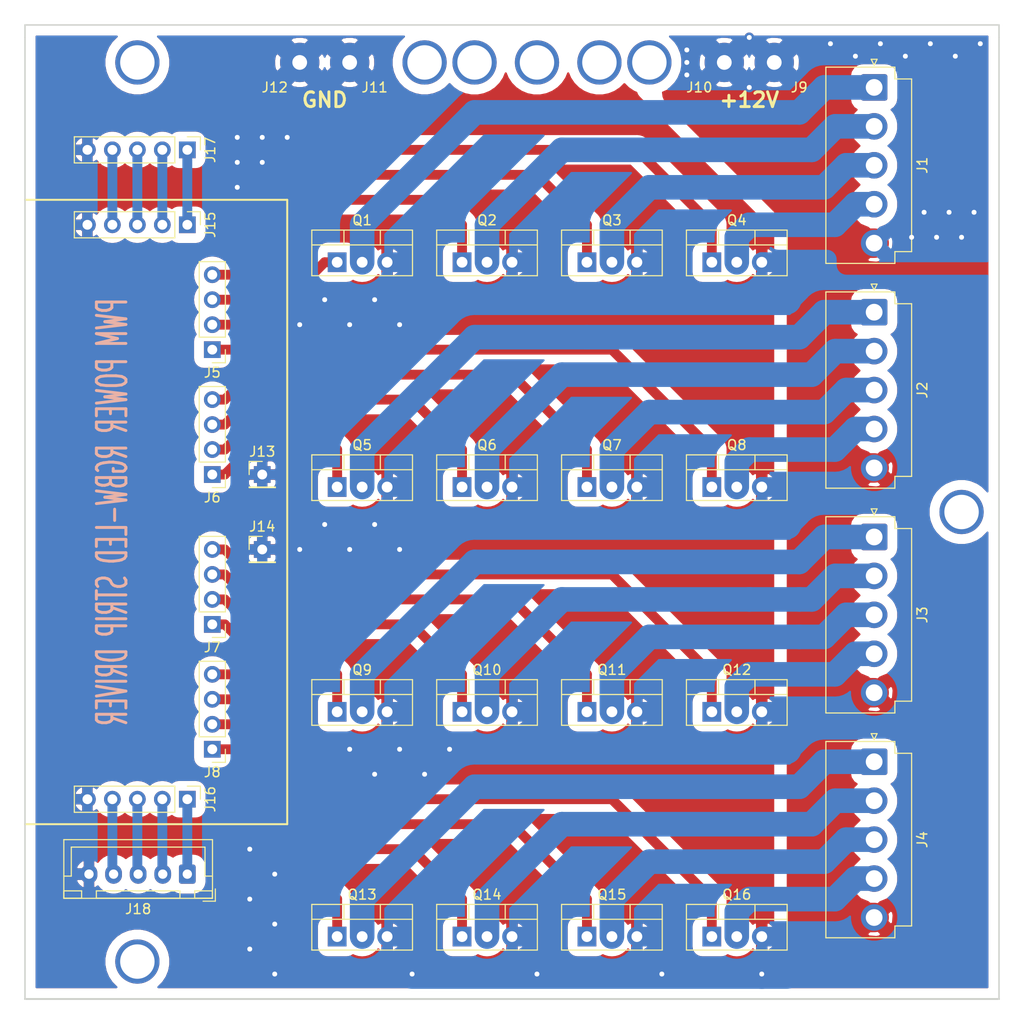
<source format=kicad_pcb>
(kicad_pcb (version 20171130) (host pcbnew "(5.0.1)-3")
  (layers (0 F.Cu signal) (31 B.Cu signal) (34 B.Paste user) (35 F.Paste user) (36 B.SilkS user) (37 F.SilkS user) (38 B.Mask user) (39 F.Mask user) (44 Edge.Cuts user))
  (net 0 "")
  (net 1 GND)
  (net 2 "Net-(J2-Pad4)")
  (net 3 "Net-(J2-Pad3)")
  (net 4 "Net-(J2-Pad2)")
  (net 5 "Net-(J2-Pad1)")
  (net 6 "Net-(J4-Pad4)")
  (net 7 "Net-(J4-Pad3)")
  (net 8 "Net-(J4-Pad2)")
  (net 9 "Net-(J4-Pad1)")
  (net 10 +12V)
  (net 11 "Net-(J7-Pad1)")
  (net 12 "Net-(J7-Pad2)")
  (net 13 "Net-(J7-Pad3)")
  (net 14 "Net-(J7-Pad4)")
  (net 15 "Net-(J8-Pad1)")
  (net 16 "Net-(J8-Pad2)")
  (net 17 "Net-(J8-Pad3)")
  (net 18 "Net-(J8-Pad4)")
  (net 19 "Net-(J1-Pad1)")
  (net 20 "Net-(J1-Pad2)")
  (net 21 "Net-(J1-Pad3)")
  (net 22 "Net-(J1-Pad4)")
  (net 23 "Net-(J3-Pad4)")
  (net 24 "Net-(J3-Pad3)")
  (net 25 "Net-(J3-Pad2)")
  (net 26 "Net-(J3-Pad1)")
  (net 27 "Net-(J5-Pad4)")
  (net 28 "Net-(J5-Pad3)")
  (net 29 "Net-(J5-Pad2)")
  (net 30 "Net-(J5-Pad1)")
  (net 31 "Net-(J6-Pad4)")
  (net 32 "Net-(J6-Pad3)")
  (net 33 "Net-(J6-Pad2)")
  (net 34 "Net-(J6-Pad1)")
  (net 35 "Net-(J15-Pad4)")
  (net 36 "Net-(J15-Pad3)")
  (net 37 "Net-(J15-Pad2)")
  (net 38 "Net-(J15-Pad1)")
  (net 39 "Net-(J16-Pad1)")
  (net 40 "Net-(J16-Pad2)")
  (net 41 "Net-(J16-Pad3)")
  (net 42 "Net-(J16-Pad4)")
  (module Connector_PinHeader_2.54mm:PinHeader_1x01_P2.54mm_Vertical (layer F.Cu) (at 182.88 53.34)
    (fp_text reference J12 (at -2.54 2.54) (layer F.SilkS))
    (fp_text value Conn_01x01)
    (pad 1 thru_hole circle (at 0 0) (size 4 4) (drill 1.5) (layers *.Cu *.Mask) (net 1 GND))
  )
  (module Connector_PinHeader_2.54mm:PinHeader_1x01_P2.54mm_Vertical (layer F.Cu) (at 187.96 53.34 180)
    (fp_text reference J11 (at -2.54 -2.54 180) (layer F.SilkS))
    (fp_text value Conn_01x01)
    (pad 1 thru_hole circle (at 0 0 180) (size 4 4) (drill 1.5) (layers *.Cu *.Mask) (net 1 GND))
  )
  (module Connector_PinHeader_2.54mm:PinHeader_1x01_P2.54mm_Vertical (layer F.Cu) (at 231.14 53.34 180)
    (fp_text reference J9 (at -2.54 -2.54 180) (layer F.SilkS))
    (fp_text value Conn_01x01)
    (pad 1 thru_hole circle (at 0 0 180) (size 4 4) (drill 1.5) (layers *.Cu *.Mask) (net 10 +12V))
  )
  (module Connector_PinHeader_2.54mm:PinHeader_1x01_P2.54mm_Vertical (layer F.Cu) (at 226.06 53.34)
    (fp_text reference J10 (at -2.54 2.54) (layer F.SilkS))
    (fp_text value Conn_01x01)
    (pad 1 thru_hole circle (at 0 0) (size 4 4) (drill 1.5) (layers *.Cu *.Mask) (net 10 +12V))
  )
  (module Package_TO_SOT_THT:TO-220-3_Vertical (layer F.Cu) (at 224.79 119.38)
    (fp_text reference Q12 (at 2.54 -4.27) (layer F.SilkS))
    (fp_text value IRF3205)
    (pad 3 thru_hole oval (at 5.08 0) (size 1.905 2) (drill 1.1) (layers *.Cu *.Mask) (net 1 GND))
    (pad 2 thru_hole oval (at 2.54 0) (size 1.905 2) (drill 1.1) (layers *.Cu *.Mask) (net 23 "Net-(J3-Pad4)"))
    (pad 1 thru_hole rect (at 0 0) (size 1.905 2) (drill 1.1) (layers *.Cu *.Mask) (net 14 "Net-(J7-Pad4)"))
  )
  (module Package_TO_SOT_THT:TO-220-3_Vertical (layer F.Cu) (at 199.39 142.24)
    (fp_text reference Q14 (at 2.54 -4.27) (layer F.SilkS))
    (fp_text value IRF3205)
    (pad 3 thru_hole oval (at 5.08 0) (size 1.905 2) (drill 1.1) (layers *.Cu *.Mask) (net 1 GND))
    (pad 2 thru_hole oval (at 2.54 0) (size 1.905 2) (drill 1.1) (layers *.Cu *.Mask) (net 8 "Net-(J4-Pad2)"))
    (pad 1 thru_hole rect (at 0 0) (size 1.905 2) (drill 1.1) (layers *.Cu *.Mask) (net 16 "Net-(J8-Pad2)"))
  )
  (module Package_TO_SOT_THT:TO-220-3_Vertical (layer F.Cu) (at 186.69 142.24)
    (fp_text reference Q13 (at 2.54 -4.27) (layer F.SilkS))
    (fp_text value IRF3205)
    (pad 1 thru_hole rect (at 0 0) (size 1.905 2) (drill 1.1) (layers *.Cu *.Mask) (net 15 "Net-(J8-Pad1)"))
    (pad 2 thru_hole oval (at 2.54 0) (size 1.905 2) (drill 1.1) (layers *.Cu *.Mask) (net 9 "Net-(J4-Pad1)"))
    (pad 3 thru_hole oval (at 5.08 0) (size 1.905 2) (drill 1.1) (layers *.Cu *.Mask) (net 1 GND))
  )
  (module Package_TO_SOT_THT:TO-220-3_Vertical (layer F.Cu) (at 212.09 142.24)
    (fp_text reference Q15 (at 2.54 -4.27) (layer F.SilkS))
    (fp_text value IRF3205)
    (pad 1 thru_hole rect (at 0 0) (size 1.905 2) (drill 1.1) (layers *.Cu *.Mask) (net 17 "Net-(J8-Pad3)"))
    (pad 2 thru_hole oval (at 2.54 0) (size 1.905 2) (drill 1.1) (layers *.Cu *.Mask) (net 7 "Net-(J4-Pad3)"))
    (pad 3 thru_hole oval (at 5.08 0) (size 1.905 2) (drill 1.1) (layers *.Cu *.Mask) (net 1 GND))
  )
  (module Package_TO_SOT_THT:TO-220-3_Vertical (layer F.Cu) (at 224.79 142.24)
    (fp_text reference Q16 (at 2.54 -4.27) (layer F.SilkS))
    (fp_text value IRF3205)
    (pad 3 thru_hole oval (at 5.08 0) (size 1.905 2) (drill 1.1) (layers *.Cu *.Mask) (net 1 GND))
    (pad 2 thru_hole oval (at 2.54 0) (size 1.905 2) (drill 1.1) (layers *.Cu *.Mask) (net 6 "Net-(J4-Pad4)"))
    (pad 1 thru_hole rect (at 0 0) (size 1.905 2) (drill 1.1) (layers *.Cu *.Mask) (net 18 "Net-(J8-Pad4)"))
  )
  (module Package_TO_SOT_THT:TO-220-3_Vertical (layer F.Cu) (at 212.09 96.52)
    (fp_text reference Q7 (at 2.54 -4.27) (layer F.SilkS))
    (fp_text value IRF3205)
    (pad 1 thru_hole rect (at 0 0) (size 1.905 2) (drill 1.1) (layers *.Cu *.Mask) (net 32 "Net-(J6-Pad3)"))
    (pad 2 thru_hole oval (at 2.54 0) (size 1.905 2) (drill 1.1) (layers *.Cu *.Mask) (net 3 "Net-(J2-Pad3)"))
    (pad 3 thru_hole oval (at 5.08 0) (size 1.905 2) (drill 1.1) (layers *.Cu *.Mask) (net 1 GND))
  )
  (module Package_TO_SOT_THT:TO-220-3_Vertical (layer F.Cu) (at 186.69 119.38)
    (fp_text reference Q9 (at 2.54 -4.27) (layer F.SilkS))
    (fp_text value IRF3205)
    (pad 3 thru_hole oval (at 5.08 0) (size 1.905 2) (drill 1.1) (layers *.Cu *.Mask) (net 1 GND))
    (pad 2 thru_hole oval (at 2.54 0) (size 1.905 2) (drill 1.1) (layers *.Cu *.Mask) (net 26 "Net-(J3-Pad1)"))
    (pad 1 thru_hole rect (at 0 0) (size 1.905 2) (drill 1.1) (layers *.Cu *.Mask) (net 11 "Net-(J7-Pad1)"))
  )
  (module Package_TO_SOT_THT:TO-220-3_Vertical (layer F.Cu) (at 224.79 96.52)
    (fp_text reference Q8 (at 2.54 -4.27) (layer F.SilkS))
    (fp_text value IRF3205)
    (pad 3 thru_hole oval (at 5.08 0) (size 1.905 2) (drill 1.1) (layers *.Cu *.Mask) (net 1 GND))
    (pad 2 thru_hole oval (at 2.54 0) (size 1.905 2) (drill 1.1) (layers *.Cu *.Mask) (net 2 "Net-(J2-Pad4)"))
    (pad 1 thru_hole rect (at 0 0) (size 1.905 2) (drill 1.1) (layers *.Cu *.Mask) (net 31 "Net-(J6-Pad4)"))
  )
  (module Package_TO_SOT_THT:TO-220-3_Vertical (layer F.Cu) (at 186.69 73.66)
    (fp_text reference Q1 (at 2.54 -4.27) (layer F.SilkS))
    (fp_text value IRF3205)
    (pad 3 thru_hole oval (at 5.08 0) (size 1.905 2) (drill 1.1) (layers *.Cu *.Mask) (net 1 GND))
    (pad 2 thru_hole oval (at 2.54 0) (size 1.905 2) (drill 1.1) (layers *.Cu *.Mask) (net 19 "Net-(J1-Pad1)"))
    (pad 1 thru_hole rect (at 0 0) (size 1.905 2) (drill 1.1) (layers *.Cu *.Mask) (net 30 "Net-(J5-Pad1)"))
  )
  (module Package_TO_SOT_THT:TO-220-3_Vertical (layer F.Cu) (at 186.69 96.52)
    (fp_text reference Q5 (at 2.54 -4.27) (layer F.SilkS))
    (fp_text value IRF3205)
    (pad 1 thru_hole rect (at 0 0) (size 1.905 2) (drill 1.1) (layers *.Cu *.Mask) (net 34 "Net-(J6-Pad1)"))
    (pad 2 thru_hole oval (at 2.54 0) (size 1.905 2) (drill 1.1) (layers *.Cu *.Mask) (net 5 "Net-(J2-Pad1)"))
    (pad 3 thru_hole oval (at 5.08 0) (size 1.905 2) (drill 1.1) (layers *.Cu *.Mask) (net 1 GND))
  )
  (module Package_TO_SOT_THT:TO-220-3_Vertical (layer F.Cu) (at 212.09 119.38)
    (fp_text reference Q11 (at 2.54 -4.27) (layer F.SilkS))
    (fp_text value IRF3205)
    (pad 1 thru_hole rect (at 0 0) (size 1.905 2) (drill 1.1) (layers *.Cu *.Mask) (net 13 "Net-(J7-Pad3)"))
    (pad 2 thru_hole oval (at 2.54 0) (size 1.905 2) (drill 1.1) (layers *.Cu *.Mask) (net 24 "Net-(J3-Pad3)"))
    (pad 3 thru_hole oval (at 5.08 0) (size 1.905 2) (drill 1.1) (layers *.Cu *.Mask) (net 1 GND))
  )
  (module Package_TO_SOT_THT:TO-220-3_Vertical (layer F.Cu) (at 224.79 73.66)
    (fp_text reference Q4 (at 2.54 -4.27) (layer F.SilkS))
    (fp_text value IRF3205)
    (pad 1 thru_hole rect (at 0 0) (size 1.905 2) (drill 1.1) (layers *.Cu *.Mask) (net 27 "Net-(J5-Pad4)"))
    (pad 2 thru_hole oval (at 2.54 0) (size 1.905 2) (drill 1.1) (layers *.Cu *.Mask) (net 22 "Net-(J1-Pad4)"))
    (pad 3 thru_hole oval (at 5.08 0) (size 1.905 2) (drill 1.1) (layers *.Cu *.Mask) (net 1 GND))
  )
  (module Package_TO_SOT_THT:TO-220-3_Vertical (layer F.Cu) (at 199.39 73.66)
    (fp_text reference Q2 (at 2.54 -4.27) (layer F.SilkS))
    (fp_text value IRF3205)
    (pad 1 thru_hole rect (at 0 0) (size 1.905 2) (drill 1.1) (layers *.Cu *.Mask) (net 29 "Net-(J5-Pad2)"))
    (pad 2 thru_hole oval (at 2.54 0) (size 1.905 2) (drill 1.1) (layers *.Cu *.Mask) (net 20 "Net-(J1-Pad2)"))
    (pad 3 thru_hole oval (at 5.08 0) (size 1.905 2) (drill 1.1) (layers *.Cu *.Mask) (net 1 GND))
  )
  (module Package_TO_SOT_THT:TO-220-3_Vertical (layer F.Cu) (at 199.39 119.38)
    (fp_text reference Q10 (at 2.54 -4.27) (layer F.SilkS))
    (fp_text value IRF3205)
    (pad 1 thru_hole rect (at 0 0) (size 1.905 2) (drill 1.1) (layers *.Cu *.Mask) (net 12 "Net-(J7-Pad2)"))
    (pad 2 thru_hole oval (at 2.54 0) (size 1.905 2) (drill 1.1) (layers *.Cu *.Mask) (net 25 "Net-(J3-Pad2)"))
    (pad 3 thru_hole oval (at 5.08 0) (size 1.905 2) (drill 1.1) (layers *.Cu *.Mask) (net 1 GND))
  )
  (module Package_TO_SOT_THT:TO-220-3_Vertical (layer F.Cu) (at 212.09 73.66)
    (fp_text reference Q3 (at 2.54 -4.27) (layer F.SilkS))
    (fp_text value IRF3205)
    (pad 3 thru_hole oval (at 5.08 0) (size 1.905 2) (drill 1.1) (layers *.Cu *.Mask) (net 1 GND))
    (pad 2 thru_hole oval (at 2.54 0) (size 1.905 2) (drill 1.1) (layers *.Cu *.Mask) (net 21 "Net-(J1-Pad3)"))
    (pad 1 thru_hole rect (at 0 0) (size 1.905 2) (drill 1.1) (layers *.Cu *.Mask) (net 28 "Net-(J5-Pad3)"))
  )
  (module Package_TO_SOT_THT:TO-220-3_Vertical (layer F.Cu) (at 199.39 96.52)
    (fp_text reference Q6 (at 2.54 -4.27) (layer F.SilkS))
    (fp_text value IRF3205)
    (pad 3 thru_hole oval (at 5.08 0) (size 1.905 2) (drill 1.1) (layers *.Cu *.Mask) (net 1 GND))
    (pad 2 thru_hole oval (at 2.54 0) (size 1.905 2) (drill 1.1) (layers *.Cu *.Mask) (net 4 "Net-(J2-Pad2)"))
    (pad 1 thru_hole rect (at 0 0) (size 1.905 2) (drill 1.1) (layers *.Cu *.Mask) (net 33 "Net-(J6-Pad2)"))
  )
  (module Connector_JST:JST_VH_B5P-VH-B_1x05_P3.96mm_Vertical (layer F.Cu) (at 241.3 55.88 270)
    (fp_text reference J1 (at 7.92 -4.9 270) (layer F.SilkS))
    (fp_text value Conn_01x05)
    (pad 1 thru_hole roundrect (at 0 0 270) (size 2.7 2.7) (drill 1.7) (layers *.Cu *.Mask) (roundrect_rratio 0.09259299999999999) (net 19 "Net-(J1-Pad1)"))
    (pad 2 thru_hole circle (at 3.96 0 270) (size 2.7 2.7) (drill 1.7) (layers *.Cu *.Mask) (net 20 "Net-(J1-Pad2)"))
    (pad 3 thru_hole circle (at 7.92 0 270) (size 2.7 2.7) (drill 1.7) (layers *.Cu *.Mask) (net 21 "Net-(J1-Pad3)"))
    (pad 4 thru_hole circle (at 11.88 0 270) (size 2.7 2.7) (drill 1.7) (layers *.Cu *.Mask) (net 22 "Net-(J1-Pad4)"))
    (pad 5 thru_hole circle (at 15.84 0 270) (size 2.7 2.7) (drill 1.7) (layers *.Cu *.Mask) (net 10 +12V))
  )
  (module Connector_JST:JST_VH_B5P-VH-B_1x05_P3.96mm_Vertical (layer F.Cu) (at 241.3 78.74 270)
    (fp_text reference J2 (at 7.92 -4.9 270) (layer F.SilkS))
    (fp_text value Conn_01x05)
    (pad 5 thru_hole circle (at 15.84 0 270) (size 2.7 2.7) (drill 1.7) (layers *.Cu *.Mask) (net 10 +12V))
    (pad 4 thru_hole circle (at 11.88 0 270) (size 2.7 2.7) (drill 1.7) (layers *.Cu *.Mask) (net 2 "Net-(J2-Pad4)"))
    (pad 3 thru_hole circle (at 7.92 0 270) (size 2.7 2.7) (drill 1.7) (layers *.Cu *.Mask) (net 3 "Net-(J2-Pad3)"))
    (pad 2 thru_hole circle (at 3.96 0 270) (size 2.7 2.7) (drill 1.7) (layers *.Cu *.Mask) (net 4 "Net-(J2-Pad2)"))
    (pad 1 thru_hole roundrect (at 0 0 270) (size 2.7 2.7) (drill 1.7) (layers *.Cu *.Mask) (roundrect_rratio 0.09259299999999999) (net 5 "Net-(J2-Pad1)"))
  )
  (module Connector_JST:JST_VH_B5P-VH-B_1x05_P3.96mm_Vertical (layer F.Cu) (at 241.3 101.6 270)
    (fp_text reference J3 (at 7.92 -4.9 270) (layer F.SilkS))
    (fp_text value Conn_01x05)
    (pad 5 thru_hole circle (at 15.84 0 270) (size 2.7 2.7) (drill 1.7) (layers *.Cu *.Mask) (net 10 +12V))
    (pad 4 thru_hole circle (at 11.88 0 270) (size 2.7 2.7) (drill 1.7) (layers *.Cu *.Mask) (net 23 "Net-(J3-Pad4)"))
    (pad 3 thru_hole circle (at 7.92 0 270) (size 2.7 2.7) (drill 1.7) (layers *.Cu *.Mask) (net 24 "Net-(J3-Pad3)"))
    (pad 2 thru_hole circle (at 3.96 0 270) (size 2.7 2.7) (drill 1.7) (layers *.Cu *.Mask) (net 25 "Net-(J3-Pad2)"))
    (pad 1 thru_hole roundrect (at 0 0 270) (size 2.7 2.7) (drill 1.7) (layers *.Cu *.Mask) (roundrect_rratio 0.09259299999999999) (net 26 "Net-(J3-Pad1)"))
  )
  (module Connector_JST:JST_VH_B5P-VH-B_1x05_P3.96mm_Vertical (layer F.Cu) (at 241.3 124.46 270)
    (fp_text reference J4 (at 7.92 -4.9 270) (layer F.SilkS))
    (fp_text value Conn_01x05)
    (pad 5 thru_hole circle (at 15.84 0 270) (size 2.7 2.7) (drill 1.7) (layers *.Cu *.Mask) (net 10 +12V))
    (pad 4 thru_hole circle (at 11.88 0 270) (size 2.7 2.7) (drill 1.7) (layers *.Cu *.Mask) (net 6 "Net-(J4-Pad4)"))
    (pad 3 thru_hole circle (at 7.92 0 270) (size 2.7 2.7) (drill 1.7) (layers *.Cu *.Mask) (net 7 "Net-(J4-Pad3)"))
    (pad 2 thru_hole circle (at 3.96 0 270) (size 2.7 2.7) (drill 1.7) (layers *.Cu *.Mask) (net 8 "Net-(J4-Pad2)"))
    (pad 1 thru_hole roundrect (at 0 0 270) (size 2.7 2.7) (drill 1.7) (layers *.Cu *.Mask) (roundrect_rratio 0.09259299999999999) (net 9 "Net-(J4-Pad1)"))
  )
  (module Connector_PinHeader_2.54mm:PinHeader_1x04_P2.54mm_Vertical (layer F.Cu) (at 173.99 82.55 180)
    (fp_text reference J5 (at 0 -2.33 180) (layer F.SilkS))
    (fp_text value Conn_01x04)
    (pad 4 thru_hole oval (at 0 7.62 180) (size 1.7 1.7) (drill 1) (layers *.Cu *.Mask) (net 27 "Net-(J5-Pad4)"))
    (pad 3 thru_hole oval (at 0 5.08 180) (size 1.7 1.7) (drill 1) (layers *.Cu *.Mask) (net 28 "Net-(J5-Pad3)"))
    (pad 2 thru_hole oval (at 0 2.54 180) (size 1.7 1.7) (drill 1) (layers *.Cu *.Mask) (net 29 "Net-(J5-Pad2)"))
    (pad 1 thru_hole rect (at 0 0 180) (size 1.7 1.7) (drill 1) (layers *.Cu *.Mask) (net 30 "Net-(J5-Pad1)"))
  )
  (module Connector_PinHeader_2.54mm:PinHeader_1x04_P2.54mm_Vertical (layer F.Cu) (at 173.99 95.25 180)
    (fp_text reference J6 (at 0 -2.33 180) (layer F.SilkS))
    (fp_text value Conn_01x04)
    (pad 4 thru_hole oval (at 0 7.62 180) (size 1.7 1.7) (drill 1) (layers *.Cu *.Mask) (net 31 "Net-(J6-Pad4)"))
    (pad 3 thru_hole oval (at 0 5.08 180) (size 1.7 1.7) (drill 1) (layers *.Cu *.Mask) (net 32 "Net-(J6-Pad3)"))
    (pad 2 thru_hole oval (at 0 2.54 180) (size 1.7 1.7) (drill 1) (layers *.Cu *.Mask) (net 33 "Net-(J6-Pad2)"))
    (pad 1 thru_hole rect (at 0 0 180) (size 1.7 1.7) (drill 1) (layers *.Cu *.Mask) (net 34 "Net-(J6-Pad1)"))
  )
  (module Connector_PinHeader_2.54mm:PinHeader_1x04_P2.54mm_Vertical (layer F.Cu) (at 173.99 110.49 180)
    (fp_text reference J7 (at 0 -2.33 180) (layer F.SilkS))
    (fp_text value Conn_01x04)
    (pad 1 thru_hole rect (at 0 0 180) (size 1.7 1.7) (drill 1) (layers *.Cu *.Mask) (net 11 "Net-(J7-Pad1)"))
    (pad 2 thru_hole oval (at 0 2.54 180) (size 1.7 1.7) (drill 1) (layers *.Cu *.Mask) (net 12 "Net-(J7-Pad2)"))
    (pad 3 thru_hole oval (at 0 5.08 180) (size 1.7 1.7) (drill 1) (layers *.Cu *.Mask) (net 13 "Net-(J7-Pad3)"))
    (pad 4 thru_hole oval (at 0 7.62 180) (size 1.7 1.7) (drill 1) (layers *.Cu *.Mask) (net 14 "Net-(J7-Pad4)"))
  )
  (module Connector_PinHeader_2.54mm:PinHeader_1x04_P2.54mm_Vertical (layer F.Cu) (at 173.99 123.19 180)
    (fp_text reference J8 (at 0 -2.33 180) (layer F.SilkS))
    (fp_text value Conn_01x04)
    (pad 1 thru_hole rect (at 0 0 180) (size 1.7 1.7) (drill 1) (layers *.Cu *.Mask) (net 15 "Net-(J8-Pad1)"))
    (pad 2 thru_hole oval (at 0 2.54 180) (size 1.7 1.7) (drill 1) (layers *.Cu *.Mask) (net 16 "Net-(J8-Pad2)"))
    (pad 3 thru_hole oval (at 0 5.08 180) (size 1.7 1.7) (drill 1) (layers *.Cu *.Mask) (net 17 "Net-(J8-Pad3)"))
    (pad 4 thru_hole oval (at 0 7.62 180) (size 1.7 1.7) (drill 1) (layers *.Cu *.Mask) (net 18 "Net-(J8-Pad4)"))
  )
  (module Connector_PinHeader_2.54mm:PinHeader_1x01_P2.54mm_Vertical (layer F.Cu) (at 179.07 95.25)
    (fp_text reference J13 (at 0 -2.33) (layer F.SilkS))
    (fp_text value Conn_01x01)
    (pad 1 thru_hole rect (at 0 0) (size 1.7 1.7) (drill 1) (layers *.Cu *.Mask) (net 1 GND))
  )
  (module Connector_PinHeader_2.54mm:PinHeader_1x01_P2.54mm_Vertical (layer F.Cu) (at 179.07 102.87)
    (fp_text reference J14 (at 0 -2.33) (layer F.SilkS))
    (fp_text value Conn_01x01)
    (pad 1 thru_hole rect (at 0 0) (size 1.7 1.7) (drill 1) (layers *.Cu *.Mask) (net 1 GND))
  )
  (module Connector_PinHeader_2.54mm:PinHeader_1x05_P2.54mm_Vertical (layer F.Cu) (at 171.45 69.85 270)
    (fp_text reference J15 (at 0 -2.33 270) (layer F.SilkS))
    (fp_text value Conn_01x05)
    (pad 5 thru_hole oval (at 0 10.16 270) (size 1.7 1.7) (drill 1) (layers *.Cu *.Mask) (net 1 GND))
    (pad 4 thru_hole oval (at 0 7.62 270) (size 1.7 1.7) (drill 1) (layers *.Cu *.Mask) (net 35 "Net-(J15-Pad4)"))
    (pad 3 thru_hole oval (at 0 5.08 270) (size 1.7 1.7) (drill 1) (layers *.Cu *.Mask) (net 36 "Net-(J15-Pad3)"))
    (pad 2 thru_hole oval (at 0 2.54 270) (size 1.7 1.7) (drill 1) (layers *.Cu *.Mask) (net 37 "Net-(J15-Pad2)"))
    (pad 1 thru_hole rect (at 0 0 270) (size 1.7 1.7) (drill 1) (layers *.Cu *.Mask) (net 38 "Net-(J15-Pad1)"))
  )
  (module Connector_PinHeader_2.54mm:PinHeader_1x05_P2.54mm_Vertical (layer F.Cu) (at 171.45 128.27 270)
    (fp_text reference J16 (at 0 -2.33 270) (layer F.SilkS))
    (fp_text value Conn_01x05)
    (pad 1 thru_hole rect (at 0 0 270) (size 1.7 1.7) (drill 1) (layers *.Cu *.Mask) (net 39 "Net-(J16-Pad1)"))
    (pad 2 thru_hole oval (at 0 2.54 270) (size 1.7 1.7) (drill 1) (layers *.Cu *.Mask) (net 40 "Net-(J16-Pad2)"))
    (pad 3 thru_hole oval (at 0 5.08 270) (size 1.7 1.7) (drill 1) (layers *.Cu *.Mask) (net 41 "Net-(J16-Pad3)"))
    (pad 4 thru_hole oval (at 0 7.62 270) (size 1.7 1.7) (drill 1) (layers *.Cu *.Mask) (net 42 "Net-(J16-Pad4)"))
    (pad 5 thru_hole oval (at 0 10.16 270) (size 1.7 1.7) (drill 1) (layers *.Cu *.Mask) (net 1 GND))
  )
  (module Connector_PinHeader_2.54mm:PinHeader_1x05_P2.54mm_Vertical (layer F.Cu) (at 171.45 62.23 270)
    (fp_text reference J17 (at 0 -2.33 270) (layer F.SilkS))
    (fp_text value Conn_01x05)
    (pad 1 thru_hole rect (at 0 0 270) (size 1.7 1.7) (drill 1) (layers *.Cu *.Mask) (net 38 "Net-(J15-Pad1)"))
    (pad 2 thru_hole oval (at 0 2.54 270) (size 1.7 1.7) (drill 1) (layers *.Cu *.Mask) (net 37 "Net-(J15-Pad2)"))
    (pad 3 thru_hole oval (at 0 5.08 270) (size 1.7 1.7) (drill 1) (layers *.Cu *.Mask) (net 36 "Net-(J15-Pad3)"))
    (pad 4 thru_hole oval (at 0 7.62 270) (size 1.7 1.7) (drill 1) (layers *.Cu *.Mask) (net 35 "Net-(J15-Pad4)"))
    (pad 5 thru_hole oval (at 0 10.16 270) (size 1.7 1.7) (drill 1) (layers *.Cu *.Mask) (net 1 GND))
  )
  (module Connector_JST:JST_XH_B05B-XH-A_1x05_P2.50mm_Vertical (layer F.Cu) (at 171.45 135.89 180)
    (fp_text reference J18 (at 5 -3.55 180) (layer F.SilkS))
    (fp_text value Conn_01x05)
    (pad 1 thru_hole roundrect (at 0 0 180) (size 1.7 1.95) (drill 0.95) (layers *.Cu *.Mask) (roundrect_rratio 0.147059) (net 39 "Net-(J16-Pad1)"))
    (pad 2 thru_hole oval (at 2.5 0 180) (size 1.7 1.95) (drill 0.95) (layers *.Cu *.Mask) (net 40 "Net-(J16-Pad2)"))
    (pad 3 thru_hole oval (at 5 0 180) (size 1.7 1.95) (drill 0.95) (layers *.Cu *.Mask) (net 41 "Net-(J16-Pad3)"))
    (pad 4 thru_hole oval (at 7.5 0 180) (size 1.7 1.95) (drill 0.95) (layers *.Cu *.Mask) (net 42 "Net-(J16-Pad4)"))
    (pad 5 thru_hole oval (at 10 0 180) (size 1.7 1.95) (drill 0.95) (layers *.Cu *.Mask) (net 1 GND))
  )
  (gr_text GND (at 185.42 57.15) (layer F.SilkS) (effects (font (size 1.5 1.5) (thickness 0.3))))
  (gr_text +12V (at 228.6 57.15) (layer F.SilkS) (effects (font (size 1.5 1.5) (thickness 0.3))))
  (gr_text "PWM POWER RGBW-LED STRIP DRIVER" (at 163.83 99.06 90) (layer B.SilkS) (effects (font (size 3 1.5) (thickness 0.3)) (justify mirror)))
  (gr_line (start 181.61 130.81) (end 154.94 130.81) (layer F.SilkS) (width 0.2))
  (gr_line (start 181.61 67.31) (end 181.61 130.81) (layer F.SilkS) (width 0.2))
  (gr_line (start 154.94 67.31) (end 181.61 67.31) (layer F.SilkS) (width 0.2))
  (gr_line (start 254 49.53) (end 254 50.8) (layer Edge.Cuts) (width 0.15))
  (gr_line (start 154.94 49.53) (end 254 49.53) (layer Edge.Cuts) (width 0.15))
  (gr_line (start 154.94 50.8) (end 154.94 49.53) (layer Edge.Cuts) (width 0.15))
  (gr_line (start 254 148.59) (end 154.94 148.59) (layer Edge.Cuts) (width 0.2))
  (gr_line (start 154.94 148.59) (end 154.94 50.8) (layer Edge.Cuts) (width 0.15))
  (gr_line (start 254 50.8) (end 254 148.59) (layer Edge.Cuts) (width 0.15))
  (via (at 250.19 99.06) (size 4.5) (drill 3.5) (layers F.Cu B.Cu) (net 0))
  (via (at 166.37 53.34) (size 4.5) (drill 3.5) (layers F.Cu B.Cu) (net 0))
  (via (at 166.37 144.78) (size 4.5) (drill 3.5) (layers F.Cu B.Cu) (net 0))
  (via (at 195.58 53.34) (size 4.5) (drill 3.5) (layers F.Cu B.Cu) (net 0))
  (via (at 200.66 53.34) (size 4.5) (drill 3.5) (layers F.Cu B.Cu) (net 0))
  (via (at 207.01 53.34) (size 4.5) (drill 3.5) (layers F.Cu B.Cu) (net 0))
  (via (at 213.36 53.34) (size 4.5) (drill 3.5) (layers F.Cu B.Cu) (net 0))
  (via (at 218.44 53.34) (size 4.5) (drill 3.5) (layers F.Cu B.Cu) (net 0))
  (segment (start 191.77 73.66) (end 194.31 73.66) (width 2) (layer B.Cu) (net 1))
  (segment (start 204.47 73.66) (end 207.01 73.66) (width 2) (layer B.Cu) (net 1))
  (segment (start 217.17 73.66) (end 219.71 73.66) (width 2) (layer B.Cu) (net 1))
  (segment (start 229.87 73.66) (end 232.41 73.66) (width 2) (layer B.Cu) (net 1))
  (segment (start 194.31 73.66) (end 194.31 77.47) (width 2.5) (layer B.Cu) (net 1))
  (segment (start 207.01 73.66) (end 207.01 77.47) (width 2.5) (layer B.Cu) (net 1))
  (segment (start 219.71 73.66) (end 219.71 77.47) (width 2.5) (layer B.Cu) (net 1))
  (segment (start 232.41 73.66) (end 232.41 77.47) (width 2.5) (layer B.Cu) (net 1))
  (segment (start 232.41 77.47) (end 196.85 77.47) (width 3) (layer B.Cu) (net 1))
  (segment (start 191.77 96.52) (end 194.31 96.52) (width 2) (layer B.Cu) (net 1))
  (segment (start 204.47 96.52) (end 207.01 96.52) (width 2) (layer B.Cu) (net 1))
  (segment (start 217.17 96.52) (end 219.71 96.52) (width 2) (layer B.Cu) (net 1))
  (segment (start 229.87 96.52) (end 232.41 96.52) (width 2) (layer B.Cu) (net 1))
  (segment (start 232.41 96.52) (end 232.41 100.33) (width 2.5) (layer B.Cu) (net 1))
  (segment (start 219.71 96.52) (end 219.71 100.33) (width 2.5) (layer B.Cu) (net 1))
  (segment (start 207.01 96.52) (end 207.01 100.33) (width 2.5) (layer B.Cu) (net 1))
  (segment (start 194.31 96.52) (end 194.31 100.33) (width 2.5) (layer B.Cu) (net 1))
  (segment (start 232.41 100.33) (end 196.85 100.33) (width 3) (layer B.Cu) (net 1))
  (segment (start 229.87 119.38) (end 232.41 119.38) (width 2) (layer B.Cu) (net 1))
  (segment (start 217.17 119.38) (end 219.71 119.38) (width 2) (layer B.Cu) (net 1))
  (segment (start 204.47 119.38) (end 207.01 119.38) (width 2) (layer B.Cu) (net 1))
  (segment (start 191.77 119.38) (end 194.31 119.38) (width 2) (layer B.Cu) (net 1))
  (segment (start 194.31 119.38) (end 194.31 123.19) (width 2.5) (layer B.Cu) (net 1))
  (segment (start 207.01 119.38) (end 207.01 123.19) (width 2.5) (layer B.Cu) (net 1))
  (segment (start 219.71 119.38) (end 219.71 123.19) (width 2.5) (layer B.Cu) (net 1))
  (segment (start 232.41 119.38) (end 232.41 123.19) (width 2.5) (layer B.Cu) (net 1))
  (segment (start 194.31 123.19) (end 198.12 123.19) (width 3) (layer B.Cu) (net 1))
  (segment (start 191.77 142.24) (end 194.31 142.24) (width 2) (layer B.Cu) (net 1))
  (segment (start 204.47 142.24) (end 207.01 142.24) (width 2) (layer B.Cu) (net 1))
  (segment (start 217.17 142.24) (end 219.71 142.24) (width 2) (layer B.Cu) (net 1))
  (segment (start 229.87 142.24) (end 232.41 142.24) (width 2) (layer B.Cu) (net 1))
  (segment (start 194.31 142.24) (end 194.31 146.05) (width 2.5) (layer B.Cu) (net 1))
  (segment (start 207.01 142.24) (end 207.01 146.05) (width 2.5) (layer B.Cu) (net 1))
  (segment (start 219.71 142.24) (end 219.71 146.05) (width 2.5) (layer B.Cu) (net 1))
  (segment (start 232.41 142.24) (end 232.41 146.05) (width 2.5) (layer B.Cu) (net 1))
  (segment (start 232.41 146.05) (end 229.87 146.05) (width 3) (layer B.Cu) (net 1))
  (segment (start 194.31 100.33) (end 190.5 100.33) (width 1) (layer B.Cu) (net 1))
  (segment (start 182.88 100.33) (end 182.88 93.98) (width 1) (layer B.Cu) (net 1))
  (segment (start 194.31 123.19) (end 187.96 123.19) (width 1) (layer B.Cu) (net 1))
  (segment (start 182.88 123.19) (end 182.88 102.87) (width 1) (layer B.Cu) (net 1))
  (segment (start 194.31 146.05) (end 185.42 146.05) (width 1) (layer B.Cu) (net 1))
  (segment (start 185.42 146.05) (end 182.88 143.51) (width 1) (layer B.Cu) (net 1))
  (segment (start 182.88 143.51) (end 182.88 123.19) (width 1) (layer B.Cu) (net 1))
  (segment (start 194.31 77.47) (end 190.5 77.47) (width 1) (layer B.Cu) (net 1))
  (segment (start 182.88 77.47) (end 182.88 80.01) (width 1) (layer B.Cu) (net 1))
  (segment (start 182.88 77.47) (end 182.88 64.77) (width 1) (layer B.Cu) (net 1))
  (segment (start 182.88 80.01) (end 182.88 93.98) (width 1) (layer B.Cu) (net 1))
  (via (at 182.88 80.01) (size 1) (drill 0.5) (layers F.Cu B.Cu) (net 1))
  (segment (start 185.42 77.47) (end 182.88 77.47) (width 1) (layer B.Cu) (net 1))
  (via (at 185.42 77.47) (size 1) (drill 0.5) (layers F.Cu B.Cu) (net 1))
  (via (at 187.96 80.01) (size 1) (drill 0.5) (layers F.Cu B.Cu) (net 1))
  (segment (start 190.5 77.47) (end 185.42 77.47) (width 1) (layer B.Cu) (net 1))
  (via (at 190.5 77.47) (size 1) (drill 0.5) (layers F.Cu B.Cu) (net 1))
  (via (at 193.04 80.01) (size 1) (drill 0.5) (layers F.Cu B.Cu) (net 1))
  (segment (start 196.85 77.47) (end 194.31 77.47) (width 3) (layer B.Cu) (net 1))
  (segment (start 182.88 102.87) (end 182.88 100.33) (width 1) (layer B.Cu) (net 1))
  (via (at 182.88 102.87) (size 1) (drill 0.5) (layers F.Cu B.Cu) (net 1))
  (segment (start 185.42 100.33) (end 182.88 100.33) (width 1) (layer B.Cu) (net 1))
  (via (at 185.42 100.33) (size 1) (drill 0.5) (layers F.Cu B.Cu) (net 1))
  (via (at 187.96 102.87) (size 1) (drill 0.5) (layers F.Cu B.Cu) (net 1))
  (segment (start 190.5 100.33) (end 185.42 100.33) (width 1) (layer B.Cu) (net 1))
  (via (at 190.5 100.33) (size 1) (drill 0.5) (layers F.Cu B.Cu) (net 1))
  (via (at 193.04 102.87) (size 1) (drill 0.5) (layers F.Cu B.Cu) (net 1))
  (segment (start 196.85 100.33) (end 194.31 100.33) (width 3) (layer B.Cu) (net 1))
  (segment (start 187.96 123.19) (end 182.88 123.19) (width 1) (layer B.Cu) (net 1))
  (via (at 187.96 123.19) (size 1) (drill 0.5) (layers F.Cu B.Cu) (net 1))
  (via (at 190.5 125.73) (size 1) (drill 0.5) (layers F.Cu B.Cu) (net 1))
  (segment (start 194.31 123.19) (end 194.31 123.19) (width 2.5) (layer B.Cu) (net 1))
  (via (at 193.04 123.19) (size 1) (drill 0.5) (layers F.Cu B.Cu) (net 1))
  (via (at 195.58 125.73) (size 1) (drill 0.5) (layers F.Cu B.Cu) (net 1))
  (segment (start 198.12 123.19) (end 232.41 123.19) (width 3) (layer B.Cu) (net 1))
  (via (at 198.12 123.19) (size 1) (drill 0.5) (layers F.Cu B.Cu) (net 1))
  (segment (start 194.31 146.05) (end 194.31 146.05) (width 2.5) (layer B.Cu) (net 1))
  (via (at 194.31 146.05) (size 1) (drill 0.5) (layers F.Cu B.Cu) (net 1))
  (via (at 180.34 146.05) (size 1) (drill 0.5) (layers F.Cu B.Cu) (net 1))
  (via (at 177.8 143.51) (size 1) (drill 0.5) (layers F.Cu B.Cu) (net 1))
  (via (at 180.34 140.97) (size 1) (drill 0.5) (layers F.Cu B.Cu) (net 1))
  (via (at 177.8 138.43) (size 1) (drill 0.5) (layers F.Cu B.Cu) (net 1))
  (via (at 180.34 135.89) (size 1) (drill 0.5) (layers F.Cu B.Cu) (net 1))
  (via (at 177.8 133.35) (size 1) (drill 0.5) (layers F.Cu B.Cu) (net 1))
  (segment (start 229.87 146.05) (end 194.31 146.05) (width 3) (layer B.Cu) (net 1))
  (via (at 229.87 146.05) (size 1) (drill 0.5) (layers F.Cu B.Cu) (net 1))
  (segment (start 219.71 146.05) (end 219.71 146.05) (width 2.5) (layer B.Cu) (net 1))
  (via (at 219.71 146.05) (size 1) (drill 0.5) (layers F.Cu B.Cu) (net 1))
  (segment (start 207.01 146.05) (end 207.01 146.05) (width 2.5) (layer B.Cu) (net 1))
  (via (at 207.01 146.05) (size 1) (drill 0.5) (layers F.Cu B.Cu) (net 1))
  (via (at 181.61 60.96) (size 1) (drill 0.5) (layers F.Cu B.Cu) (net 1))
  (via (at 179.07 63.5) (size 1) (drill 0.5) (layers F.Cu B.Cu) (net 1))
  (via (at 176.53 66.04) (size 1) (drill 0.5) (layers F.Cu B.Cu) (net 1))
  (via (at 176.53 63.5) (size 1) (drill 0.5) (layers F.Cu B.Cu) (net 1))
  (via (at 179.07 60.96) (size 1) (drill 0.5) (layers F.Cu B.Cu) (net 1))
  (via (at 176.53 60.96) (size 1) (drill 0.5) (layers F.Cu B.Cu) (net 1))
  (segment (start 239.390812 90.62) (end 237.300812 92.71) (width 2.5) (layer B.Cu) (net 2))
  (segment (start 241.3 90.62) (end 239.390812 90.62) (width 2.5) (layer B.Cu) (net 2))
  (segment (start 228.6 92.71) (end 227.33 93.98) (width 2.5) (layer B.Cu) (net 2))
  (segment (start 237.300812 92.71) (end 228.6 92.71) (width 2.5) (layer B.Cu) (net 2))
  (segment (start 227.33 96.52) (end 227.33 93.98) (width 2.5) (layer B.Cu) (net 2))
  (segment (start 214.63 96.52) (end 214.63 92.71) (width 2.5) (layer B.Cu) (net 3))
  (segment (start 241.3 86.66) (end 238.46 86.66) (width 2.5) (layer B.Cu) (net 3))
  (segment (start 238.46 86.66) (end 236.22 88.9) (width 2.5) (layer B.Cu) (net 3))
  (segment (start 218.44 88.9) (end 214.63 92.71) (width 2.5) (layer B.Cu) (net 3))
  (segment (start 236.22 88.9) (end 218.44 88.9) (width 2.5) (layer B.Cu) (net 3))
  (segment (start 201.93 96.52) (end 201.93 92.71) (width 2.5) (layer B.Cu) (net 4))
  (segment (start 241.3 82.7) (end 237.34 82.7) (width 2.5) (layer B.Cu) (net 4))
  (segment (start 234.95 85.09) (end 209.55 85.09) (width 2.5) (layer B.Cu) (net 4))
  (segment (start 237.34 82.7) (end 234.95 85.09) (width 2.5) (layer B.Cu) (net 4))
  (segment (start 201.93 92.71) (end 209.55 85.09) (width 2.5) (layer B.Cu) (net 4))
  (segment (start 189.23 96.52) (end 189.23 92.71) (width 2.5) (layer B.Cu) (net 5))
  (segment (start 212.09 81.28) (end 200.66 81.28) (width 2.5) (layer B.Cu) (net 5))
  (segment (start 233.68 81.28) (end 212.09 81.28) (width 2.5) (layer B.Cu) (net 5))
  (segment (start 236.22 78.74) (end 233.68 81.28) (width 2.5) (layer B.Cu) (net 5))
  (segment (start 241.3 78.74) (end 236.22 78.74) (width 2.5) (layer B.Cu) (net 5))
  (segment (start 189.23 92.71) (end 200.66 81.28) (width 2.5) (layer B.Cu) (net 5))
  (segment (start 239.390812 136.34) (end 237.300812 138.43) (width 2.5) (layer B.Cu) (net 6))
  (segment (start 241.3 136.34) (end 239.390812 136.34) (width 2.5) (layer B.Cu) (net 6))
  (segment (start 228.6 138.43) (end 227.33 139.7) (width 2.5) (layer B.Cu) (net 6))
  (segment (start 237.300812 138.43) (end 228.6 138.43) (width 2.5) (layer B.Cu) (net 6))
  (segment (start 227.33 142.24) (end 227.33 139.7) (width 2.5) (layer B.Cu) (net 6))
  (segment (start 214.63 142.24) (end 214.63 138.43) (width 2.5) (layer B.Cu) (net 7))
  (segment (start 241.3 132.38) (end 238.46 132.38) (width 2.5) (layer B.Cu) (net 7))
  (segment (start 236.22 134.62) (end 218.44 134.62) (width 2.5) (layer B.Cu) (net 7))
  (segment (start 238.46 132.38) (end 236.22 134.62) (width 2.5) (layer B.Cu) (net 7))
  (segment (start 214.63 138.43) (end 218.44 134.62) (width 2.5) (layer B.Cu) (net 7))
  (segment (start 201.93 142.24) (end 201.93 138.43) (width 2.5) (layer B.Cu) (net 8))
  (segment (start 241.3 128.42) (end 237.34 128.42) (width 2.5) (layer B.Cu) (net 8))
  (segment (start 237.34 128.42) (end 234.95 130.81) (width 2.5) (layer B.Cu) (net 8))
  (segment (start 234.95 130.81) (end 215.9 130.81) (width 2.5) (layer B.Cu) (net 8))
  (segment (start 215.9 130.81) (end 209.55 130.81) (width 2.5) (layer B.Cu) (net 8))
  (segment (start 201.93 138.43) (end 209.55 130.81) (width 2.5) (layer B.Cu) (net 8))
  (segment (start 189.23 142.24) (end 189.23 138.43) (width 2.5) (layer B.Cu) (net 9))
  (segment (start 241.3 124.46) (end 236.22 124.46) (width 2.5) (layer B.Cu) (net 9))
  (segment (start 233.68 127) (end 200.66 127) (width 2.5) (layer B.Cu) (net 9))
  (segment (start 236.22 124.46) (end 233.68 127) (width 2.5) (layer B.Cu) (net 9))
  (segment (start 189.23 138.43) (end 200.66 127) (width 2.5) (layer B.Cu) (net 9))
  (segment (start 234.95 137.16) (end 234.95 137.76) (width 3) (layer F.Cu) (net 10))
  (segment (start 234.95 137.16) (end 234.95 139.7) (width 5) (layer F.Cu) (net 10))
  (segment (start 234.95 139.7) (end 236.22 139.7) (width 5) (layer F.Cu) (net 10))
  (segment (start 235.55 140.3) (end 234.95 139.7) (width 3) (layer F.Cu) (net 10))
  (segment (start 241.3 140.3) (end 235.55 140.3) (width 3) (layer F.Cu) (net 10))
  (segment (start 235.55 117.44) (end 234.95 116.84) (width 3) (layer F.Cu) (net 10))
  (segment (start 241.3 117.44) (end 235.55 117.44) (width 3) (layer F.Cu) (net 10))
  (segment (start 234.95 137.16) (end 234.95 116.84) (width 5) (layer F.Cu) (net 10))
  (segment (start 235.55 94.58) (end 234.95 93.98) (width 3) (layer F.Cu) (net 10))
  (segment (start 241.3 94.58) (end 235.55 94.58) (width 3) (layer F.Cu) (net 10))
  (segment (start 234.95 116.84) (end 234.95 106.68) (width 5) (layer F.Cu) (net 10))
  (segment (start 241.3 71.72) (end 235.55 71.72) (width 3) (layer F.Cu) (net 10))
  (segment (start 235.55 71.72) (end 234.95 71.12) (width 3) (layer F.Cu) (net 10))
  (segment (start 234.95 106.68) (end 234.95 93.98) (width 5) (layer F.Cu) (net 10))
  (segment (start 234.95 93.98) (end 234.95 59.69) (width 5) (layer F.Cu) (net 10))
  (via (at 222.25 53.34) (size 1) (drill 0.5) (layers F.Cu B.Cu) (net 10))
  (via (at 222.25 54.61) (size 1) (drill 0.5) (layers F.Cu B.Cu) (net 10))
  (via (at 222.25 52.07) (size 1) (drill 0.5) (layers F.Cu B.Cu) (net 10))
  (via (at 228.6 50.8) (size 1) (drill 0.5) (layers F.Cu B.Cu) (net 10))
  (via (at 228.6 55.88) (size 1) (drill 0.5) (layers F.Cu B.Cu) (net 10))
  (via (at 252.095 51.435) (size 1) (drill 0.5) (layers F.Cu B.Cu) (net 10))
  (via (at 249.555 52.705) (size 1) (drill 0.5) (layers F.Cu B.Cu) (net 10))
  (via (at 247.015 51.435) (size 1) (drill 0.5) (layers F.Cu B.Cu) (net 10))
  (via (at 244.475 52.705) (size 1) (drill 0.5) (layers F.Cu B.Cu) (net 10))
  (via (at 241.935 51.435) (size 1) (drill 0.5) (layers F.Cu B.Cu) (net 10))
  (via (at 239.395 52.705) (size 1) (drill 0.5) (layers F.Cu B.Cu) (net 10))
  (via (at 236.855 51.435) (size 1) (drill 0.5) (layers F.Cu B.Cu) (net 10))
  (via (at 245.11 71.12) (size 1) (drill 0.5) (layers F.Cu B.Cu) (net 10))
  (via (at 247.65 71.12) (size 1) (drill 0.5) (layers F.Cu B.Cu) (net 10))
  (via (at 250.19 71.12) (size 1) (drill 0.5) (layers F.Cu B.Cu) (net 10))
  (via (at 251.46 68.58) (size 1) (drill 0.5) (layers F.Cu B.Cu) (net 10))
  (via (at 248.92 68.58) (size 1) (drill 0.5) (layers F.Cu B.Cu) (net 10))
  (via (at 246.38 68.58) (size 1) (drill 0.5) (layers F.Cu B.Cu) (net 10))
  (segment (start 175.26 110.49) (end 173.99 110.49) (width 1) (layer F.Cu) (net 11))
  (segment (start 177.8 113.03) (end 175.26 110.49) (width 1) (layer F.Cu) (net 11))
  (segment (start 184.15 113.03) (end 177.8 113.03) (width 1) (layer F.Cu) (net 11))
  (segment (start 186.69 119.38) (end 186.69 115.57) (width 1) (layer F.Cu) (net 11))
  (segment (start 186.69 115.57) (end 184.15 113.03) (width 1) (layer F.Cu) (net 11))
  (segment (start 199.39 115.57) (end 199.39 119.38) (width 1) (layer F.Cu) (net 12))
  (segment (start 194.31 110.49) (end 199.39 115.57) (width 1) (layer F.Cu) (net 12))
  (segment (start 177.8 110.49) (end 194.31 110.49) (width 1) (layer F.Cu) (net 12))
  (segment (start 173.99 107.95) (end 175.26 107.95) (width 1) (layer F.Cu) (net 12))
  (segment (start 175.26 107.95) (end 177.8 110.49) (width 1) (layer F.Cu) (net 12))
  (segment (start 212.09 115.57) (end 212.09 119.38) (width 1) (layer F.Cu) (net 13))
  (segment (start 204.47 107.95) (end 212.09 115.57) (width 1) (layer F.Cu) (net 13))
  (segment (start 177.8 107.95) (end 204.47 107.95) (width 1) (layer F.Cu) (net 13))
  (segment (start 173.99 105.41) (end 175.26 105.41) (width 1) (layer F.Cu) (net 13))
  (segment (start 175.26 105.41) (end 177.8 107.95) (width 1) (layer F.Cu) (net 13))
  (segment (start 224.79 115.57) (end 224.79 119.38) (width 1) (layer F.Cu) (net 14))
  (segment (start 214.63 105.41) (end 224.79 115.57) (width 1) (layer F.Cu) (net 14))
  (segment (start 177.8 105.41) (end 214.63 105.41) (width 1) (layer F.Cu) (net 14))
  (segment (start 173.99 102.87) (end 175.26 102.87) (width 1) (layer F.Cu) (net 14))
  (segment (start 175.26 102.87) (end 177.8 105.41) (width 1) (layer F.Cu) (net 14))
  (segment (start 186.69 138.43) (end 186.69 142.24) (width 1) (layer F.Cu) (net 15))
  (segment (start 184.15 135.89) (end 186.69 138.43) (width 1) (layer F.Cu) (net 15))
  (segment (start 184.15 130.81) (end 184.15 135.89) (width 1) (layer F.Cu) (net 15))
  (segment (start 173.99 123.19) (end 176.53 123.19) (width 1) (layer F.Cu) (net 15))
  (segment (start 176.53 123.19) (end 184.15 130.81) (width 1) (layer F.Cu) (net 15))
  (segment (start 199.39 138.43) (end 199.39 142.24) (width 1) (layer F.Cu) (net 16))
  (segment (start 194.31 133.35) (end 199.39 138.43) (width 1) (layer F.Cu) (net 16))
  (segment (start 189.23 133.35) (end 194.31 133.35) (width 1) (layer F.Cu) (net 16))
  (segment (start 173.99 120.65) (end 176.53 120.65) (width 1) (layer F.Cu) (net 16))
  (segment (start 176.53 120.65) (end 189.23 133.35) (width 1) (layer F.Cu) (net 16))
  (segment (start 212.09 140.24) (end 212.09 142.24) (width 1) (layer F.Cu) (net 17))
  (segment (start 212.09 138.43) (end 212.09 140.24) (width 1) (layer F.Cu) (net 17))
  (segment (start 204.47 130.81) (end 212.09 138.43) (width 1) (layer F.Cu) (net 17))
  (segment (start 189.23 130.81) (end 204.47 130.81) (width 1) (layer F.Cu) (net 17))
  (segment (start 173.99 118.11) (end 176.53 118.11) (width 1) (layer F.Cu) (net 17))
  (segment (start 176.53 118.11) (end 189.23 130.81) (width 1) (layer F.Cu) (net 17))
  (segment (start 224.79 138.43) (end 224.79 142.24) (width 1) (layer F.Cu) (net 18))
  (segment (start 214.63 128.27) (end 224.79 138.43) (width 1) (layer F.Cu) (net 18))
  (segment (start 189.23 128.27) (end 214.63 128.27) (width 1) (layer F.Cu) (net 18))
  (segment (start 173.99 115.57) (end 176.53 115.57) (width 1) (layer F.Cu) (net 18))
  (segment (start 176.53 115.57) (end 189.23 128.27) (width 1) (layer F.Cu) (net 18))
  (segment (start 189.23 73.66) (end 189.23 69.85) (width 2.5) (layer B.Cu) (net 19))
  (segment (start 241.3 55.88) (end 236.22 55.88) (width 2.5) (layer B.Cu) (net 19))
  (segment (start 236.22 55.88) (end 233.68 58.42) (width 2.5) (layer B.Cu) (net 19))
  (segment (start 233.68 58.42) (end 200.66 58.42) (width 2.5) (layer B.Cu) (net 19))
  (segment (start 189.23 69.85) (end 200.66 58.42) (width 2.5) (layer B.Cu) (net 19))
  (segment (start 201.93 73.66) (end 201.93 69.85) (width 2.5) (layer B.Cu) (net 20))
  (segment (start 241.3 59.84) (end 237.34 59.84) (width 2.5) (layer B.Cu) (net 20))
  (segment (start 234.95 62.23) (end 209.55 62.23) (width 2.5) (layer B.Cu) (net 20))
  (segment (start 237.34 59.84) (end 234.95 62.23) (width 2.5) (layer B.Cu) (net 20))
  (segment (start 201.93 69.85) (end 209.55 62.23) (width 2.5) (layer B.Cu) (net 20))
  (segment (start 214.63 73.66) (end 214.63 69.85) (width 2.5) (layer B.Cu) (net 21))
  (segment (start 241.3 63.8) (end 238.46 63.8) (width 2.5) (layer B.Cu) (net 21))
  (segment (start 238.46 63.8) (end 236.22 66.04) (width 2.5) (layer B.Cu) (net 21))
  (segment (start 236.22 66.04) (end 218.44 66.04) (width 2.5) (layer B.Cu) (net 21))
  (segment (start 214.63 69.85) (end 218.44 66.04) (width 2.5) (layer B.Cu) (net 21))
  (segment (start 239.390812 67.76) (end 237.300812 69.85) (width 2.5) (layer B.Cu) (net 22))
  (segment (start 241.3 67.76) (end 239.390812 67.76) (width 2.5) (layer B.Cu) (net 22))
  (segment (start 228.6 69.85) (end 227.33 71.12) (width 2.5) (layer B.Cu) (net 22))
  (segment (start 237.300812 69.85) (end 228.6 69.85) (width 2.5) (layer B.Cu) (net 22))
  (segment (start 227.33 73.66) (end 227.33 71.12) (width 2.5) (layer B.Cu) (net 22))
  (segment (start 228.6 115.57) (end 227.33 116.84) (width 2.5) (layer B.Cu) (net 23))
  (segment (start 237.300812 115.57) (end 228.6 115.57) (width 2.5) (layer B.Cu) (net 23))
  (segment (start 239.390812 113.48) (end 237.300812 115.57) (width 2.5) (layer B.Cu) (net 23))
  (segment (start 241.3 113.48) (end 239.390812 113.48) (width 2.5) (layer B.Cu) (net 23))
  (segment (start 227.33 119.38) (end 227.33 116.84) (width 2.5) (layer B.Cu) (net 23))
  (segment (start 214.63 119.38) (end 214.63 115.57) (width 2.5) (layer B.Cu) (net 24))
  (segment (start 241.3 109.52) (end 238.46 109.52) (width 2.5) (layer B.Cu) (net 24))
  (segment (start 238.46 109.52) (end 236.22 111.76) (width 2.5) (layer B.Cu) (net 24))
  (segment (start 236.22 111.76) (end 233.68 111.76) (width 2.5) (layer B.Cu) (net 24))
  (segment (start 233.68 111.76) (end 218.44 111.76) (width 2.5) (layer B.Cu) (net 24))
  (segment (start 214.63 115.57) (end 218.44 111.76) (width 2.5) (layer B.Cu) (net 24))
  (segment (start 201.93 119.38) (end 201.93 115.57) (width 2.5) (layer B.Cu) (net 25))
  (segment (start 241.3 105.56) (end 237.34 105.56) (width 2.5) (layer B.Cu) (net 25))
  (segment (start 237.34 105.56) (end 234.95 107.95) (width 2.5) (layer B.Cu) (net 25))
  (segment (start 234.95 107.95) (end 233.68 107.95) (width 2.5) (layer B.Cu) (net 25))
  (segment (start 233.68 107.95) (end 228.6 107.95) (width 2.5) (layer B.Cu) (net 25))
  (segment (start 201.93 115.57) (end 209.55 107.95) (width 2.5) (layer B.Cu) (net 25))
  (segment (start 228.6 107.95) (end 209.55 107.95) (width 2.5) (layer B.Cu) (net 25))
  (segment (start 189.23 119.38) (end 189.23 115.57) (width 2.5) (layer B.Cu) (net 26))
  (segment (start 233.68 104.14) (end 200.66 104.14) (width 2.5) (layer B.Cu) (net 26))
  (segment (start 236.22 101.6) (end 233.68 104.14) (width 2.5) (layer B.Cu) (net 26))
  (segment (start 241.3 101.6) (end 236.22 101.6) (width 2.5) (layer B.Cu) (net 26))
  (segment (start 200.66 104.14) (end 189.23 115.57) (width 2.5) (layer B.Cu) (net 26))
  (segment (start 224.79 73.66) (end 224.79 69.85) (width 1) (layer F.Cu) (net 27))
  (segment (start 173.99 74.93) (end 176.53 74.93) (width 1) (layer F.Cu) (net 27))
  (segment (start 176.53 74.93) (end 177.8 73.66) (width 1) (layer F.Cu) (net 27))
  (segment (start 177.8 73.66) (end 177.8 72.39) (width 1) (layer F.Cu) (net 27))
  (segment (start 177.8 72.39) (end 177.8 69.85) (width 1) (layer F.Cu) (net 27))
  (segment (start 177.8 69.85) (end 185.42 62.23) (width 1) (layer F.Cu) (net 27))
  (segment (start 185.42 62.23) (end 209.55 62.23) (width 1) (layer F.Cu) (net 27))
  (segment (start 209.55 62.23) (end 217.17 62.23) (width 1) (layer F.Cu) (net 27))
  (segment (start 217.17 62.23) (end 224.79 69.85) (width 1) (layer F.Cu) (net 27))
  (segment (start 212.09 71.66) (end 212.09 73.66) (width 1) (layer F.Cu) (net 28))
  (segment (start 212.09 69.85) (end 212.09 71.66) (width 1) (layer F.Cu) (net 28))
  (segment (start 176.53 77.47) (end 180.34 73.66) (width 1) (layer F.Cu) (net 28))
  (segment (start 173.99 77.47) (end 176.53 77.47) (width 1) (layer F.Cu) (net 28))
  (segment (start 180.34 73.66) (end 180.34 69.85) (width 1) (layer F.Cu) (net 28))
  (segment (start 180.34 69.85) (end 185.42 64.77) (width 1) (layer F.Cu) (net 28))
  (segment (start 185.42 64.77) (end 207.01 64.77) (width 1) (layer F.Cu) (net 28))
  (segment (start 207.01 64.77) (end 212.09 69.85) (width 1) (layer F.Cu) (net 28))
  (segment (start 176.53 80.01) (end 173.99 80.01) (width 1) (layer F.Cu) (net 29))
  (segment (start 199.39 69.85) (end 196.85 67.31) (width 1) (layer F.Cu) (net 29))
  (segment (start 199.39 73.66) (end 199.39 69.85) (width 1) (layer F.Cu) (net 29))
  (segment (start 185.42 67.31) (end 182.88 69.85) (width 1) (layer F.Cu) (net 29))
  (segment (start 196.85 67.31) (end 185.42 67.31) (width 1) (layer F.Cu) (net 29))
  (segment (start 182.88 69.85) (end 182.88 73.66) (width 1) (layer F.Cu) (net 29))
  (segment (start 182.88 73.66) (end 176.53 80.01) (width 1) (layer F.Cu) (net 29))
  (segment (start 185.42 73.66) (end 186.69 73.66) (width 1) (layer F.Cu) (net 30))
  (segment (start 173.99 82.55) (end 176.53 82.55) (width 1) (layer F.Cu) (net 30))
  (segment (start 176.53 82.55) (end 185.42 73.66) (width 1) (layer F.Cu) (net 30))
  (segment (start 224.79 92.71) (end 224.79 96.52) (width 1) (layer F.Cu) (net 31))
  (segment (start 214.63 82.55) (end 224.79 92.71) (width 1) (layer F.Cu) (net 31))
  (segment (start 180.34 82.55) (end 214.63 82.55) (width 1) (layer F.Cu) (net 31))
  (segment (start 173.99 87.63) (end 175.26 87.63) (width 1) (layer F.Cu) (net 31))
  (segment (start 175.26 87.63) (end 180.34 82.55) (width 1) (layer F.Cu) (net 31))
  (segment (start 212.09 92.71) (end 212.09 96.52) (width 1) (layer F.Cu) (net 32))
  (segment (start 204.47 85.09) (end 212.09 92.71) (width 1) (layer F.Cu) (net 32))
  (segment (start 180.34 85.09) (end 204.47 85.09) (width 1) (layer F.Cu) (net 32))
  (segment (start 173.99 90.17) (end 175.26 90.17) (width 1) (layer F.Cu) (net 32))
  (segment (start 175.26 90.17) (end 180.34 85.09) (width 1) (layer F.Cu) (net 32))
  (segment (start 175.26 92.71) (end 173.99 92.71) (width 1) (layer F.Cu) (net 33))
  (segment (start 180.34 87.63) (end 175.26 92.71) (width 1) (layer F.Cu) (net 33))
  (segment (start 194.31 87.63) (end 180.34 87.63) (width 1) (layer F.Cu) (net 33))
  (segment (start 199.39 96.52) (end 199.39 92.71) (width 1) (layer F.Cu) (net 33))
  (segment (start 199.39 92.71) (end 194.31 87.63) (width 1) (layer F.Cu) (net 33))
  (segment (start 175.26 95.25) (end 173.99 95.25) (width 1) (layer F.Cu) (net 34))
  (segment (start 180.34 90.17) (end 175.26 95.25) (width 1) (layer F.Cu) (net 34))
  (segment (start 184.15 90.17) (end 180.34 90.17) (width 1) (layer F.Cu) (net 34))
  (segment (start 186.69 96.52) (end 186.69 92.71) (width 1) (layer F.Cu) (net 34))
  (segment (start 186.69 92.71) (end 184.15 90.17) (width 1) (layer F.Cu) (net 34))
  (segment (start 163.83 62.23) (end 163.83 69.85) (width 1) (layer B.Cu) (net 35))
  (segment (start 166.37 62.23) (end 166.37 69.85) (width 1) (layer B.Cu) (net 36))
  (segment (start 168.91 62.23) (end 168.91 69.85) (width 1) (layer B.Cu) (net 37))
  (segment (start 171.45 62.23) (end 171.45 69.85) (width 1) (layer B.Cu) (net 38))
  (segment (start 171.45 128.27) (end 171.45 135.89) (width 1) (layer B.Cu) (net 39))
  (segment (start 168.91 135.85) (end 168.95 135.89) (width 1) (layer B.Cu) (net 40))
  (segment (start 168.91 128.27) (end 168.91 135.85) (width 1) (layer B.Cu) (net 40))
  (segment (start 166.37 135.81) (end 166.45 135.89) (width 1) (layer B.Cu) (net 41))
  (segment (start 166.37 128.27) (end 166.37 135.81) (width 1) (layer B.Cu) (net 41))
  (segment (start 163.83 135.77) (end 163.95 135.89) (width 1) (layer B.Cu) (net 42))
  (segment (start 163.83 128.27) (end 163.83 135.77) (width 1) (layer B.Cu) (net 42))
  (zone (net 10) (net_name +12V) (layer F.Cu) (connect_pads (clearance 1)) (min_thickness 0.2) (fill yes (arc_segments 16) (thermal_gap 0.5) (thermal_bridge_width 2) (smoothing fillet) (radius 2))
    (polygon (pts (xy 232.41 85.09) (xy 232.41 69.85) (xy 219.71 57.15) (xy 219.71 48.26) (xy 255.27 48.26) (xy 255.27 149.86) (xy 232.41 149.86)))
  )
  (zone (net 10) (net_name +12V) (layer B.Cu) (connect_pads (clearance 1)) (min_thickness 0.2) (fill yes (arc_segments 32) (thermal_gap 0.5) (thermal_bridge_width 2) (smoothing fillet) (radius 1))
    (polygon (pts (xy 219.71 48.26) (xy 219.71 57.15) (xy 232.41 69.85) (xy 240.03 69.85) (xy 240.03 73.66) (xy 255.27 73.66) (xy 255.27 48.26)))
  )
  (zone (net 1) (net_name GND) (layer B.Cu) (connect_pads (clearance 1)) (min_thickness 0.2) (fill yes (arc_segments 32) (thermal_gap 0.5) (thermal_bridge_width 2) (smoothing fillet) (radius 1))
    (polygon (pts (xy 217.17 48.26) (xy 217.17 57.15) (xy 217.17 58.42) (xy 228.6 69.85) (xy 231.14 72.39) (xy 237.49 72.39) (xy 237.49 74.93) (xy 245.11 74.93) (xy 246.38 74.93) (xy 256.54 74.93) (xy 256.54 151.13) (xy 153.67 151.13) (xy 153.67 48.26)))
  )
  (zone (net 1) (net_name GND) (layer F.Cu) (connect_pads (clearance 1)) (min_thickness 0.22) (fill yes (arc_segments 32) (thermal_gap 0.5) (thermal_bridge_width 2) (smoothing fillet) (radius 1))
    (polygon (pts (xy 217.17 48.26) (xy 217.17 56.515) (xy 231.14 70.485) (xy 231.14 151.13) (xy 152.4 151.13) (xy 152.4 46.99) (xy 217.17 46.99)))
  )
)
</source>
